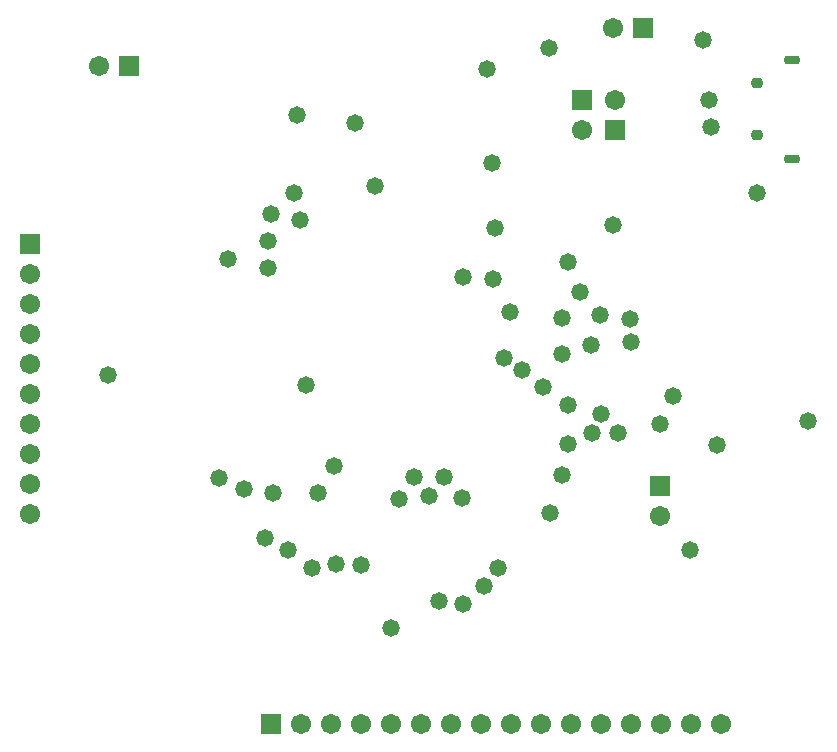
<source format=gbs>
G04*
G04 #@! TF.GenerationSoftware,Altium Limited,Altium Designer,20.1.14 (287)*
G04*
G04 Layer_Color=16711935*
%FSLAX44Y44*%
%MOMM*%
G71*
G04*
G04 #@! TF.SameCoordinates,20106440-3F2D-40E8-AC6D-39A368FF7A92*
G04*
G04*
G04 #@! TF.FilePolarity,Negative*
G04*
G01*
G75*
%ADD45R,1.7032X1.7032*%
%ADD46C,1.7032*%
%ADD47R,1.7032X1.7032*%
G04:AMPARAMS|DCode=48|XSize=0.7032mm|YSize=1.3032mm|CornerRadius=0.2266mm|HoleSize=0mm|Usage=FLASHONLY|Rotation=90.000|XOffset=0mm|YOffset=0mm|HoleType=Round|Shape=RoundedRectangle|*
%AMROUNDEDRECTD48*
21,1,0.7032,0.8500,0,0,90.0*
21,1,0.2500,1.3032,0,0,90.0*
1,1,0.4532,0.4250,0.1250*
1,1,0.4532,0.4250,-0.1250*
1,1,0.4532,-0.4250,-0.1250*
1,1,0.4532,-0.4250,0.1250*
%
%ADD48ROUNDEDRECTD48*%
G04:AMPARAMS|DCode=49|XSize=0.9032mm|YSize=1.0032mm|CornerRadius=0.3641mm|HoleSize=0mm|Usage=FLASHONLY|Rotation=90.000|XOffset=0mm|YOffset=0mm|HoleType=Round|Shape=RoundedRectangle|*
%AMROUNDEDRECTD49*
21,1,0.9032,0.2750,0,0,90.0*
21,1,0.1750,1.0032,0,0,90.0*
1,1,0.7282,0.1375,0.0875*
1,1,0.7282,0.1375,-0.0875*
1,1,0.7282,-0.1375,-0.0875*
1,1,0.7282,-0.1375,0.0875*
%
%ADD49ROUNDEDRECTD49*%
%ADD50C,1.4732*%
D45*
X1094740Y1348740D02*
D03*
X1530350Y1380490D02*
D03*
X1215390Y791210D02*
D03*
D46*
X1069340Y1348740D02*
D03*
X1010920Y969010D02*
D03*
Y994410D02*
D03*
Y1019810D02*
D03*
Y1045210D02*
D03*
Y1070610D02*
D03*
Y1096010D02*
D03*
Y1121410D02*
D03*
Y1146810D02*
D03*
Y1172210D02*
D03*
X1504950Y1380490D02*
D03*
X1240790Y791210D02*
D03*
X1266190D02*
D03*
X1291590D02*
D03*
X1316990D02*
D03*
X1342390D02*
D03*
X1367790D02*
D03*
X1393190D02*
D03*
X1418590D02*
D03*
X1443990D02*
D03*
X1469390D02*
D03*
X1494790D02*
D03*
X1520190D02*
D03*
X1545590D02*
D03*
X1570990D02*
D03*
X1596390D02*
D03*
X1506220Y1319530D02*
D03*
X1544320Y967740D02*
D03*
X1478280Y1294130D02*
D03*
D47*
X1010920Y1197610D02*
D03*
X1506220Y1294130D02*
D03*
X1544320Y993140D02*
D03*
X1478280Y1319530D02*
D03*
D48*
X1656160Y1353510D02*
D03*
Y1270010D02*
D03*
D49*
X1626160Y1334010D02*
D03*
Y1289510D02*
D03*
D50*
X1316990Y872490D02*
D03*
X1268730Y1009650D02*
D03*
X1244600Y1078230D02*
D03*
X1076960Y1087120D02*
D03*
X1323340Y981710D02*
D03*
X1493520Y1137920D02*
D03*
X1450340Y1363980D02*
D03*
X1403350Y1168400D02*
D03*
X1377950Y1169670D02*
D03*
X1234440Y1240790D02*
D03*
X1215390Y1223010D02*
D03*
X1212850Y1200150D02*
D03*
Y1177290D02*
D03*
X1178560Y1184910D02*
D03*
X1518920Y1134110D02*
D03*
X1555750Y1069340D02*
D03*
X1485900Y1112520D02*
D03*
X1461770Y1135380D02*
D03*
X1544320Y1045210D02*
D03*
X1466850Y1061720D02*
D03*
X1520190Y1115060D02*
D03*
X1461770Y1104900D02*
D03*
X1445260Y1076960D02*
D03*
X1427628Y1091078D02*
D03*
X1412379Y1101229D02*
D03*
X1494790Y1054100D02*
D03*
X1357630Y895350D02*
D03*
X1377950Y892810D02*
D03*
X1395730Y908050D02*
D03*
X1407160Y923290D02*
D03*
X1336040Y1000760D02*
D03*
X1376680Y982980D02*
D03*
X1361440Y1000760D02*
D03*
X1348740Y984250D02*
D03*
X1508760Y1037590D02*
D03*
X1592580Y1027430D02*
D03*
X1581150Y1370330D02*
D03*
X1402080Y1266190D02*
D03*
X1286510Y1300480D02*
D03*
X1210310Y948690D02*
D03*
X1626870Y1240790D02*
D03*
X1569720Y938530D02*
D03*
X1417320Y1140460D02*
D03*
X1504950Y1214120D02*
D03*
X1236980Y1306830D02*
D03*
X1239520Y1217930D02*
D03*
X1451610Y970280D02*
D03*
X1461770Y1002030D02*
D03*
X1466850Y1028700D02*
D03*
X1487170Y1037590D02*
D03*
X1291590Y925830D02*
D03*
X1270000Y927100D02*
D03*
X1249680Y923290D02*
D03*
X1229360Y938530D02*
D03*
X1254760Y986790D02*
D03*
X1216660D02*
D03*
X1192530Y990600D02*
D03*
X1170940Y999490D02*
D03*
X1303020Y1247140D02*
D03*
X1398270Y1346200D02*
D03*
X1477010Y1156970D02*
D03*
X1670050Y1047750D02*
D03*
X1587500Y1296670D02*
D03*
X1586230Y1319530D02*
D03*
X1404620Y1211580D02*
D03*
X1466850Y1182370D02*
D03*
M02*

</source>
